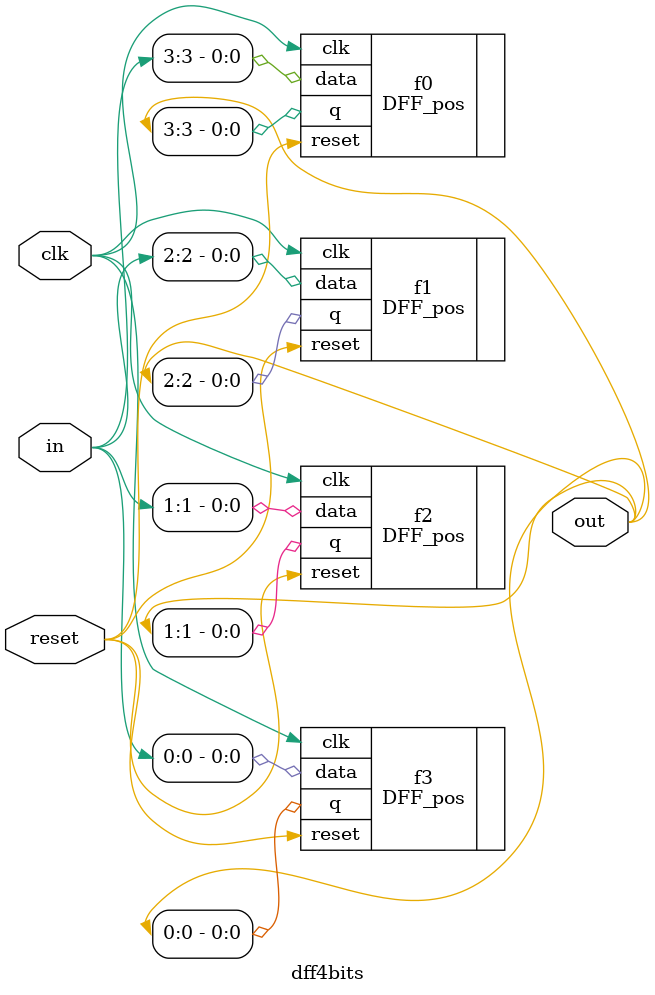
<source format=sv>
module dff4bits(
	input clk, reset,
	input [3:0]in,
	output logic [3:0]out
);

DFF_pos f0(
	.data(in[3]),
	.reset(reset),
	.clk(clk),
	.q(out[3])
);

DFF_pos f1(
	.data(in[2]),
	.reset(reset),
	.clk(clk),
	.q(out[2])
);

DFF_pos f2(
	.data(in[1]),
	.reset(reset),
	.clk(clk),
	.q(out[1])
);

DFF_pos f3(
	.data(in[0]),
	.reset(reset),
	.clk(clk),
	.q(out[0])
);

endmodule

</source>
